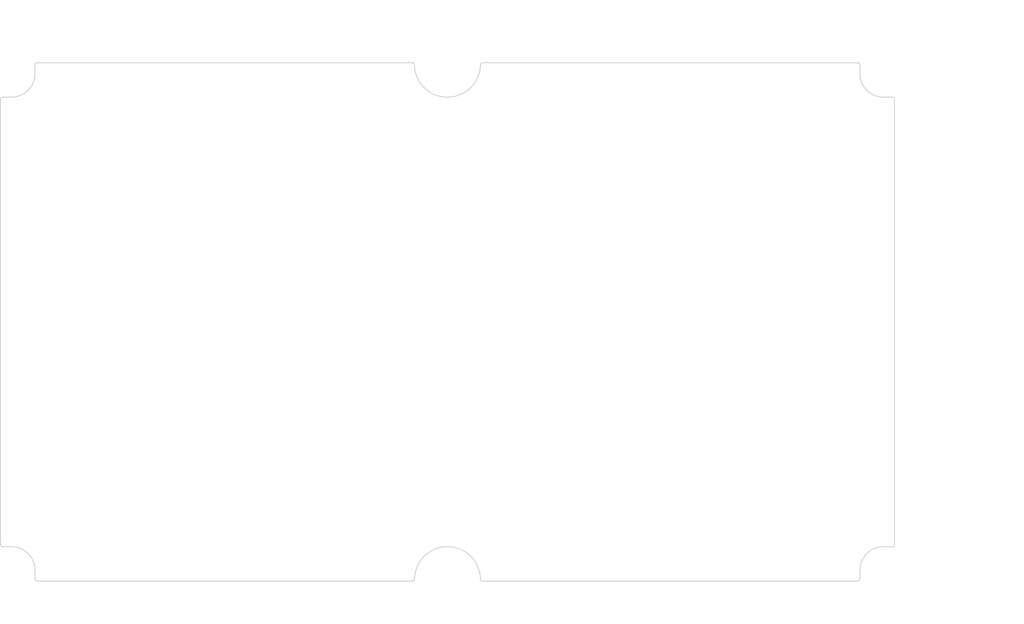
<source format=kicad_pcb>
(kicad_pcb (version 20171130) (host pcbnew "(5.1.0)-1")

  (general
    (thickness 1.6)
    (drawings 95)
    (tracks 0)
    (zones 0)
    (modules 0)
    (nets 1)
  )

  (page A4)
  (layers
    (0 F.Cu signal)
    (31 B.Cu signal)
    (32 B.Adhes user)
    (33 F.Adhes user)
    (34 B.Paste user)
    (35 F.Paste user)
    (36 B.SilkS user)
    (37 F.SilkS user)
    (38 B.Mask user)
    (39 F.Mask user)
    (40 Dwgs.User user)
    (41 Cmts.User user)
    (42 Eco1.User user)
    (43 Eco2.User user)
    (44 Edge.Cuts user)
    (45 Margin user)
    (46 B.CrtYd user)
    (47 F.CrtYd user)
    (48 B.Fab user)
    (49 F.Fab user)
  )

  (setup
    (last_trace_width 0.25)
    (trace_clearance 0.2)
    (zone_clearance 0.508)
    (zone_45_only no)
    (trace_min 0.2)
    (via_size 0.8)
    (via_drill 0.4)
    (via_min_size 0.4)
    (via_min_drill 0.3)
    (uvia_size 0.3)
    (uvia_drill 0.1)
    (uvias_allowed no)
    (uvia_min_size 0.2)
    (uvia_min_drill 0.1)
    (edge_width 0.05)
    (segment_width 0.2)
    (pcb_text_width 0.3)
    (pcb_text_size 1.5 1.5)
    (mod_edge_width 0.12)
    (mod_text_size 1 1)
    (mod_text_width 0.15)
    (pad_size 1.524 1.524)
    (pad_drill 0.762)
    (pad_to_mask_clearance 0.051)
    (solder_mask_min_width 0.25)
    (aux_axis_origin 0 0)
    (visible_elements FFFFFF7F)
    (pcbplotparams
      (layerselection 0x010fc_ffffffff)
      (usegerberextensions false)
      (usegerberattributes false)
      (usegerberadvancedattributes false)
      (creategerberjobfile false)
      (excludeedgelayer true)
      (linewidth 0.152400)
      (plotframeref false)
      (viasonmask false)
      (mode 1)
      (useauxorigin false)
      (hpglpennumber 1)
      (hpglpenspeed 20)
      (hpglpendiameter 15.000000)
      (psnegative false)
      (psa4output false)
      (plotreference true)
      (plotvalue true)
      (plotinvisibletext false)
      (padsonsilk false)
      (subtractmaskfromsilk false)
      (outputformat 1)
      (mirror false)
      (drillshape 1)
      (scaleselection 1)
      (outputdirectory ""))
  )

  (net 0 "")

  (net_class Default "This is the default net class."
    (clearance 0.2)
    (trace_width 0.25)
    (via_dia 0.8)
    (via_drill 0.4)
    (uvia_dia 0.3)
    (uvia_drill 0.1)
  )

  (gr_line (start 235.418376 143.605092) (end 235.418376 48.671766) (layer Edge.Cuts) (width 0.2))
  (gr_curve (pts (xy 235.272 48.318313) (xy 235.179481 48.225794) (xy 235.049802 48.171938) (xy 234.918547 48.171938)) (layer Edge.Cuts) (width 0.2))
  (gr_curve (pts (xy 235.418376 48.671766) (xy 235.418376 48.540511) (xy 235.36452 48.410833) (xy 235.272 48.318313)) (layer Edge.Cuts) (width 0.2))
  (gr_line (start 234.918547 48.171938) (end 233.066663 48.171938) (layer Edge.Cuts) (width 0.2))
  (gr_curve (pts (xy 228.448781 45.086671) (xy 228.198442 44.482179) (xy 228.068376 43.828206) (xy 228.068376 43.173651)) (layer Edge.Cuts) (width 0.2))
  (gr_curve (pts (xy 229.532133 46.708181) (xy 229.069534 46.245583) (xy 228.69912 45.691164) (xy 228.448781 45.086671)) (layer Edge.Cuts) (width 0.2))
  (gr_curve (pts (xy 231.153642 47.791533) (xy 230.54915 47.541194) (xy 229.994731 47.170779) (xy 229.532133 46.708181)) (layer Edge.Cuts) (width 0.2))
  (gr_curve (pts (xy 233.066663 48.171938) (xy 232.412107 48.171938) (xy 231.758135 48.041871) (xy 231.153642 47.791533)) (layer Edge.Cuts) (width 0.2))
  (gr_line (start 228.068376 43.173651) (end 228.068376 41.321766) (layer Edge.Cuts) (width 0.2))
  (gr_curve (pts (xy 227.922 40.968313) (xy 227.829481 40.875794) (xy 227.699802 40.821938) (xy 227.568547 40.821938)) (layer Edge.Cuts) (width 0.2))
  (gr_curve (pts (xy 228.068376 41.321766) (xy 228.068376 41.190511) (xy 228.01452 41.060833) (xy 227.922 40.968313)) (layer Edge.Cuts) (width 0.2))
  (gr_line (start 227.568547 40.821938) (end 147.63299 40.821938) (layer Edge.Cuts) (width 0.2))
  (gr_curve (pts (xy 147.174759 41.122096) (xy 147.149107 41.180983) (xy 147.134887 41.244786) (xy 147.133309 41.309602)) (layer Edge.Cuts) (width 0.2))
  (gr_curve (pts (xy 147.283743 40.96416) (xy 147.237696 41.00913) (xy 147.200526 41.062945) (xy 147.174759 41.122096)) (layer Edge.Cuts) (width 0.2))
  (gr_curve (pts (xy 147.63299 40.821938) (xy 147.503027 40.821938) (xy 147.37563 40.874421) (xy 147.283743 40.96416)) (layer Edge.Cuts) (width 0.2))
  (gr_arc (start 140.101884 41.138429) (end 133.068599 41.082426) (angle -179.0616841) (layer Edge.Cuts) (width 0.2))
  (gr_arc (start 132.629839 41.3217) (end 133.068599 41.082426) (angle -61.40192156) (layer Edge.Cuts) (width 0.2))
  (gr_line (start 132.629775 40.821938) (end 52.635221 40.821938) (layer Edge.Cuts) (width 0.2))
  (gr_curve (pts (xy 52.281768 40.968313) (xy 52.189248 41.060833) (xy 52.135392 41.190511) (xy 52.135392 41.321766)) (layer Edge.Cuts) (width 0.2))
  (gr_curve (pts (xy 52.635221 40.821938) (xy 52.503966 40.821938) (xy 52.374288 40.875794) (xy 52.281768 40.968313)) (layer Edge.Cuts) (width 0.2))
  (gr_line (start 52.135392 41.321766) (end 52.135392 43.173651) (layer Edge.Cuts) (width 0.2))
  (gr_curve (pts (xy 49.050126 47.791533) (xy 48.445634 48.041871) (xy 47.791661 48.171938) (xy 47.137106 48.171938)) (layer Edge.Cuts) (width 0.2))
  (gr_curve (pts (xy 50.671636 46.708181) (xy 50.209037 47.170779) (xy 49.654618 47.541194) (xy 49.050126 47.791533)) (layer Edge.Cuts) (width 0.2))
  (gr_curve (pts (xy 51.754987 45.086671) (xy 51.504649 45.691164) (xy 51.134234 46.245583) (xy 50.671636 46.708181)) (layer Edge.Cuts) (width 0.2))
  (gr_curve (pts (xy 52.135392 43.173651) (xy 52.135392 43.828206) (xy 52.005326 44.482179) (xy 51.754987 45.086671)) (layer Edge.Cuts) (width 0.2))
  (gr_line (start 47.137106 48.171938) (end 45.285221 48.171938) (layer Edge.Cuts) (width 0.2))
  (gr_curve (pts (xy 44.931768 48.318313) (xy 44.839248 48.410833) (xy 44.785392 48.540511) (xy 44.785392 48.671766)) (layer Edge.Cuts) (width 0.2))
  (gr_curve (pts (xy 45.285221 48.171938) (xy 45.153966 48.171938) (xy 45.024288 48.225794) (xy 44.931768 48.318313)) (layer Edge.Cuts) (width 0.2))
  (gr_line (start 44.785392 48.671766) (end 44.785392 143.605092) (layer Edge.Cuts) (width 0.2))
  (gr_curve (pts (xy 44.931768 143.958545) (xy 45.024288 144.051065) (xy 45.153966 144.104921) (xy 45.285221 144.104921)) (layer Edge.Cuts) (width 0.2))
  (gr_curve (pts (xy 44.785392 143.605092) (xy 44.785392 143.736347) (xy 44.839248 143.866026) (xy 44.931768 143.958545)) (layer Edge.Cuts) (width 0.2))
  (gr_line (start 45.285221 144.104921) (end 47.137106 144.104921) (layer Edge.Cuts) (width 0.2))
  (gr_curve (pts (xy 51.754987 147.190187) (xy 52.005326 147.79468) (xy 52.135392 148.448652) (xy 52.135392 149.103208)) (layer Edge.Cuts) (width 0.2))
  (gr_curve (pts (xy 50.671636 145.568678) (xy 51.134234 146.031276) (xy 51.504649 146.585695) (xy 51.754987 147.190187)) (layer Edge.Cuts) (width 0.2))
  (gr_curve (pts (xy 49.050126 144.485326) (xy 49.654618 144.735665) (xy 50.209037 145.106079) (xy 50.671636 145.568678)) (layer Edge.Cuts) (width 0.2))
  (gr_curve (pts (xy 47.137106 144.104921) (xy 47.791661 144.104921) (xy 48.445634 144.234987) (xy 49.050126 144.485326)) (layer Edge.Cuts) (width 0.2))
  (gr_line (start 52.135392 149.103208) (end 52.135392 150.955092) (layer Edge.Cuts) (width 0.2))
  (gr_curve (pts (xy 52.281768 151.308545) (xy 52.374288 151.401065) (xy 52.503966 151.454921) (xy 52.635221 151.454921)) (layer Edge.Cuts) (width 0.2))
  (gr_curve (pts (xy 52.135392 150.955092) (xy 52.135392 151.086347) (xy 52.189248 151.216026) (xy 52.281768 151.308545)) (layer Edge.Cuts) (width 0.2))
  (gr_line (start 52.635221 151.454921) (end 132.629775 151.454921) (layer Edge.Cuts) (width 0.2))
  (gr_arc (start 132.629839 150.955159) (end 132.629775 151.454921) (angle -61.40192156) (layer Edge.Cuts) (width 0.2))
  (gr_arc (start 140.101884 151.138429) (end 147.133309 150.967257) (angle -179.0616841) (layer Edge.Cuts) (width 0.2))
  (gr_curve (pts (xy 147.444531 151.418047) (xy 147.504024 151.442258) (xy 147.568155 151.454921) (xy 147.63299 151.454921)) (layer Edge.Cuts) (width 0.2))
  (gr_curve (pts (xy 147.283989 151.312939) (xy 147.330067 151.357878) (xy 147.38477 151.393727) (xy 147.444531 151.418047)) (layer Edge.Cuts) (width 0.2))
  (gr_curve (pts (xy 147.133309 150.967257) (xy 147.136472 151.09718) (xy 147.19204 151.223263) (xy 147.283989 151.312939)) (layer Edge.Cuts) (width 0.2))
  (gr_line (start 147.63299 151.454921) (end 227.568547 151.454921) (layer Edge.Cuts) (width 0.2))
  (gr_curve (pts (xy 227.922 151.308545) (xy 228.01452 151.216026) (xy 228.068376 151.086347) (xy 228.068376 150.955092)) (layer Edge.Cuts) (width 0.2))
  (gr_curve (pts (xy 227.568547 151.454921) (xy 227.699802 151.454921) (xy 227.829481 151.401065) (xy 227.922 151.308545)) (layer Edge.Cuts) (width 0.2))
  (gr_line (start 228.068376 150.955092) (end 228.068376 149.103208) (layer Edge.Cuts) (width 0.2))
  (gr_arc (start 233.066663 149.103208) (end 233.066663 144.104921) (angle -90) (layer Edge.Cuts) (width 0.2))
  (gr_line (start 233.066663 144.104921) (end 234.918547 144.104921) (layer Edge.Cuts) (width 0.2))
  (gr_curve (pts (xy 235.272 143.958545) (xy 235.36452 143.866026) (xy 235.418376 143.736347) (xy 235.418376 143.605092)) (layer Edge.Cuts) (width 0.2))
  (gr_curve (pts (xy 234.918547 144.104921) (xy 235.049802 144.104921) (xy 235.179481 144.051065) (xy 235.272 143.958545)) (layer Edge.Cuts) (width 0.2))
  (gr_text [.01] (at 130.531367 51.000223) (layer Dwgs.User)
    (effects (font (size 1.7 1.53) (thickness 0.2125)))
  )
  (gr_text " .32" (at 130.531367 47.442208) (layer Dwgs.User)
    (effects (font (size 1.7 1.53) (thickness 0.2125)))
  )
  (gr_line (start 135.484198 49.110762) (end 133.484198 49.110762) (layer Dwgs.User) (width 0.2))
  (gr_line (start 135.484198 43.138429) (end 135.484198 49.110762) (layer Dwgs.User) (width 0.2))
  (gr_line (start 135.484198 38.821938) (end 135.484198 36.821938) (layer Dwgs.User) (width 0.2))
  (gr_line (start 139.101884 41.138429) (end 132.309198 41.138429) (layer Dwgs.User) (width 0.2))
  (gr_text [R0.02] (at 240.076698 159.246917) (layer Dwgs.User)
    (effects (font (size 1.7 1.53) (thickness 0.2125)))
  )
  (gr_text " R.50" (at 240.076698 155.689482) (layer Dwgs.User)
    (effects (font (size 1.7 1.53) (thickness 0.2125)))
  )
  (gr_line (start 233.605927 157.357456) (end 229.283605 152.773831) (layer Dwgs.User) (width 0.2))
  (gr_line (start 235.605927 157.357456) (end 233.605927 157.357456) (layer Dwgs.User) (width 0.2))
  (gr_text [R0.20] (at 220.084667 143.861808) (layer Dwgs.User)
    (effects (font (size 1.7 1.53) (thickness 0.2125)))
  )
  (gr_text " R5.00" (at 220.084667 140.304373) (layer Dwgs.User)
    (effects (font (size 1.7 1.53) (thickness 0.2125)))
  )
  (gr_line (start 226.555438 141.972347) (end 228.347759 143.935233) (layer Dwgs.User) (width 0.2))
  (gr_line (start 224.555438 141.972347) (end 226.555438 141.972347) (layer Dwgs.User) (width 0.2))
  (gr_text [R0.28] (at 161.796529 55.691835) (layer Dwgs.User)
    (effects (font (size 1.7 1.53) (thickness 0.2125)))
  )
  (gr_text " R7.03" (at 161.796529 52.133819) (layer Dwgs.User)
    (effects (font (size 1.7 1.53) (thickness 0.2125)))
  )
  (gr_line (start 155.325758 53.802373) (end 147.046689 46.915449) (layer Dwgs.User) (width 0.2))
  (gr_line (start 157.325758 53.802373) (end 155.325758 53.802373) (layer Dwgs.User) (width 0.2))
  (gr_text [4.36] (at 258.300726 122.061086) (layer Dwgs.User)
    (effects (font (size 1.7 1.53) (thickness 0.2125)))
  )
  (gr_text " 110.63" (at 258.300726 118.503071) (layer Dwgs.User)
    (effects (font (size 1.7 1.53) (thickness 0.2125)))
  )
  (gr_line (start 258.300726 42.821938) (end 258.300726 116.61361) (layer Dwgs.User) (width 0.2))
  (gr_line (start 258.300726 149.454921) (end 258.300726 123.72964) (layer Dwgs.User) (width 0.2))
  (gr_line (start 228.568547 40.821938) (end 261.475726 40.821938) (layer Dwgs.User) (width 0.2))
  (gr_line (start 228.568547 151.454921) (end 261.475726 151.454921) (layer Dwgs.User) (width 0.2))
  (gr_text [3.74] (at 249.063769 126.850619) (layer Dwgs.User)
    (effects (font (size 1.7 1.53) (thickness 0.2125)))
  )
  (gr_text " 94.93" (at 249.063769 123.292604) (layer Dwgs.User)
    (effects (font (size 1.7 1.53) (thickness 0.2125)))
  )
  (gr_line (start 249.063769 50.671766) (end 249.063769 121.403143) (layer Dwgs.User) (width 0.2))
  (gr_line (start 249.063769 141.605092) (end 249.063769 128.519173) (layer Dwgs.User) (width 0.2))
  (gr_line (start 236.418376 48.671766) (end 252.238769 48.671766) (layer Dwgs.User) (width 0.2))
  (gr_line (start 236.418376 143.605092) (end 252.238769 143.605092) (layer Dwgs.User) (width 0.2))
  (gr_text [3.15] (at 197.234175 38.586357) (layer Dwgs.User)
    (effects (font (size 1.7 1.53) (thickness 0.2125)))
  )
  (gr_text " 79.94" (at 197.234175 35.028922) (layer Dwgs.User)
    (effects (font (size 1.7 1.53) (thickness 0.2125)))
  )
  (gr_line (start 149.63299 36.696896) (end 193.190144 36.696896) (layer Dwgs.User) (width 0.2))
  (gr_line (start 225.568547 36.696896) (end 201.278207 36.696896) (layer Dwgs.User) (width 0.2))
  (gr_line (start 147.63299 39.821938) (end 147.63299 33.521896) (layer Dwgs.User) (width 0.2))
  (gr_line (start 227.568547 39.821938) (end 227.568547 33.521896) (layer Dwgs.User) (width 0.2))
  (gr_text [7.51] (at 164.904825 32.59944) (layer Dwgs.User)
    (effects (font (size 1.7 1.53) (thickness 0.2125)))
  )
  (gr_text " 190.63" (at 164.904825 29.041425) (layer Dwgs.User)
    (effects (font (size 1.7 1.53) (thickness 0.2125)))
  )
  (gr_line (start 46.785392 30.709979) (end 160.196912 30.709979) (layer Dwgs.User) (width 0.2))
  (gr_line (start 233.418376 30.709979) (end 169.612738 30.709979) (layer Dwgs.User) (width 0.2))
  (gr_line (start 44.785392 47.671766) (end 44.785392 27.534979) (layer Dwgs.User) (width 0.2))
  (gr_line (start 235.418376 47.671766) (end 235.418376 27.534979) (layer Dwgs.User) (width 0.2))

)

</source>
